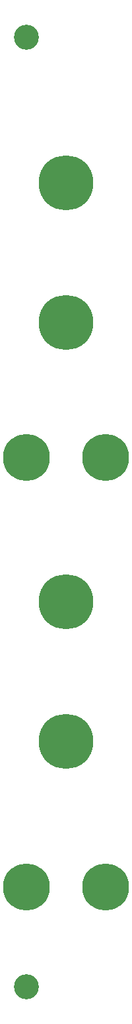
<source format=gbr>
G04 #@! TF.GenerationSoftware,KiCad,Pcbnew,5.1.8-1.fc31*
G04 #@! TF.CreationDate,2021-04-28T13:24:01-04:00*
G04 #@! TF.ProjectId,offsetAttenuverterface,6f666673-6574-4417-9474-656e75766572,rev?*
G04 #@! TF.SameCoordinates,Original*
G04 #@! TF.FileFunction,Soldermask,Top*
G04 #@! TF.FilePolarity,Negative*
%FSLAX46Y46*%
G04 Gerber Fmt 4.6, Leading zero omitted, Abs format (unit mm)*
G04 Created by KiCad (PCBNEW 5.1.8-1.fc31) date 2021-04-28 13:24:01*
%MOMM*%
%LPD*%
G01*
G04 APERTURE LIST*
%ADD10C,7.000000*%
%ADD11C,6.000000*%
%ADD12C,3.200000*%
G04 APERTURE END LIST*
D10*
G04 #@! TO.C,REF\u002A\u002A*
X35560000Y-55880000D03*
G04 #@! TD*
G04 #@! TO.C,REF\u002A\u002A*
X35560000Y-73660000D03*
G04 #@! TD*
G04 #@! TO.C,REF\u002A\u002A*
X35560000Y-109220000D03*
G04 #@! TD*
G04 #@! TO.C,REF\u002A\u002A*
X35560000Y-127000000D03*
G04 #@! TD*
D11*
G04 #@! TO.C,REF\u002A\u002A*
X40640000Y-90805000D03*
G04 #@! TD*
G04 #@! TO.C,REF\u002A\u002A*
X30480000Y-90805000D03*
G04 #@! TD*
G04 #@! TO.C,REF\u002A\u002A*
X40640000Y-145542000D03*
G04 #@! TD*
G04 #@! TO.C,REF\u002A\u002A*
X30480000Y-145542000D03*
G04 #@! TD*
D12*
G04 #@! TO.C,REF\u002A\u002A*
X30480000Y-37287200D03*
G04 #@! TD*
G04 #@! TO.C,REF\u002A\u002A*
X30480000Y-158267400D03*
G04 #@! TD*
M02*

</source>
